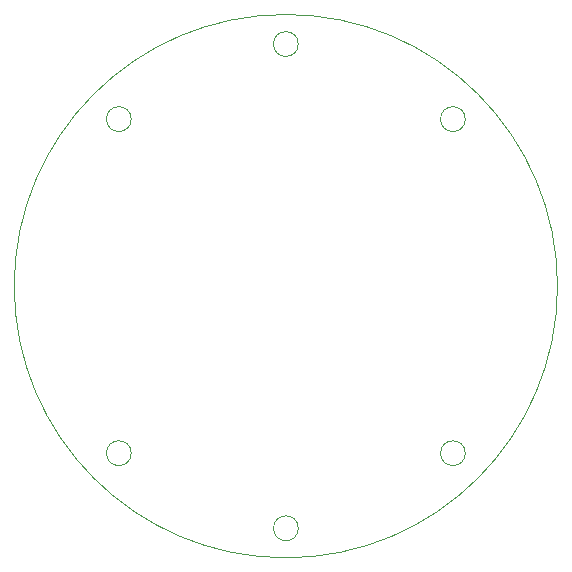
<source format=gm1>
G04 #@! TF.GenerationSoftware,KiCad,Pcbnew,(7.0.0)*
G04 #@! TF.CreationDate,2023-05-14T21:45:47+08:00*
G04 #@! TF.ProjectId,ServoLess,53657276-6f4c-4657-9373-2e6b69636164,V2.0*
G04 #@! TF.SameCoordinates,Original*
G04 #@! TF.FileFunction,Profile,NP*
%FSLAX46Y46*%
G04 Gerber Fmt 4.6, Leading zero omitted, Abs format (unit mm)*
G04 Created by KiCad (PCBNEW (7.0.0)) date 2023-05-14 21:45:47*
%MOMM*%
%LPD*%
G01*
G04 APERTURE LIST*
G04 #@! TA.AperFunction,Profile*
%ADD10C,0.100000*%
G04 #@! TD*
G04 APERTURE END LIST*
D10*
X162800000Y-90200000D02*
G75*
G03*
X162800000Y-90200000I-23000000J0D01*
G01*
X154992136Y-104342136D02*
G75*
G03*
X154992136Y-104342136I-1050000J0D01*
G01*
X140850000Y-69700000D02*
G75*
G03*
X140850000Y-69700000I-1050000J0D01*
G01*
X126707864Y-76057864D02*
G75*
G03*
X126707864Y-76057864I-1050000J0D01*
G01*
X140850000Y-110700000D02*
G75*
G03*
X140850000Y-110700000I-1050000J0D01*
G01*
X154992136Y-76057864D02*
G75*
G03*
X154992136Y-76057864I-1050000J0D01*
G01*
X126707864Y-104342136D02*
G75*
G03*
X126707864Y-104342136I-1050000J0D01*
G01*
M02*

</source>
